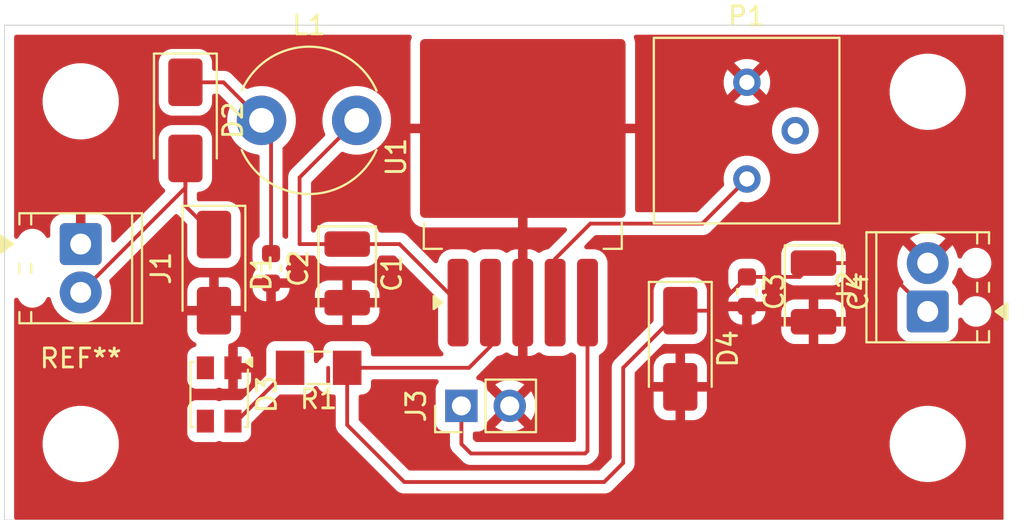
<source format=kicad_pcb>
(kicad_pcb (version 20241229) (generator "pcbnew") (generator_version "9.0")
  (layers (0 "F.Cu" signal) (2 "B.Cu" signal) (13 "F.Paste" user) (15 "B.Paste" user) (5 "F.SilkS" user "F.Silkscreen") (7 "B.SilkS" user "B.Silkscreen") (1 "F.Mask" user) (3 "B.Mask" user) (25 "Edge.Cuts" user))
  (net 0 "")
  (net 1 "Net-(C1-+)")
  (net 2 "V-GND")
  (net 3 "Net-(C2-+)")
  (net 4 "Net-(C3-+)")
  (net 5 "+VDC")
  (net 6 "Net-(D3-A)")
  (net 7 "Net-(U1-~{ON}{slash}OFF)")
  (net 8 "Net-(P1-a)")
  (footprint "MountingHole:MountingHole_3.5mm" (layer "F.Cu") (at 165 51)
    (property "Reference" "REF**" (hide yes))
    (property "Value" "MountingHole_3.5mm" (hide yes))
    (pad "" np_thru_hole circle (at 0 0) (size 3.5 3.5) (drill 3.5) (layers "*.Cu" "*.Mask"))
  )
  (footprint "Package_TO_SOT_SMD:TO-263-5_TabPin3" (layer "F.Cu") (at 143.725 54.425 90)
    (property "Reference" "U1" (at 0 -6.65 90) (layer "F.SilkS"))
    (property "Value" "LM2596S-ADJ")
    (fp_line (start -3.46 -5.2) (end -4.825 -5.2) (stroke (width 0.12)) (layer "F.SilkS"))
    (fp_line (start -4.825 -5.2) (end -4.825 -4.25) (stroke (width 0.12)) (layer "F.SilkS"))
    (fp_line (start -3.46 5.2) (end -4.825 5.2) (stroke (width 0.12)) (layer "F.SilkS"))
    (fp_line (start -4.825 5.2) (end -4.825 4.25) (stroke (width 0.12)) (layer "F.SilkS"))
    (fp_poly (pts (xy -7.65 -4.21) (xy -7.99 -4.68) (xy -7.31 -4.68)) (stroke (width 0.12)) (fill yes) (layer "F.SilkS"))
    (pad "1" smd roundrect (at -7.65 -3.4 90) (size 4.6 1.1) (layers "F.Cu" "F.Mask" "F.Paste") (roundrect_rratio 0.227273) (net 1 "Net-(C1-+)"))
    (pad "2" smd roundrect (at -7.65 -1.7 90) (size 4.6 1.1) (layers "F.Cu" "F.Mask" "F.Paste") (roundrect_rratio 0.227273) (net 4 "Net-(C3-+)"))
    (pad "3" smd roundrect (at -7.65 0 90) (size 4.6 1.1) (layers "F.Cu" "F.Mask" "F.Paste") (roundrect_rratio 0.227273) (net 2 "V-GND"))
    (pad "3" smd roundrect (at 1.5 0 90) (size 9.4 10.8) (layers "F.Cu" "F.Mask") (roundrect_rratio 0.026596) (net 2 "V-GND"))
    (pad "4" smd roundrect (at -7.65 1.7 90) (size 4.6 1.1) (layers "F.Cu" "F.Mask" "F.Paste") (roundrect_rratio 0.227273) (net 8 "Net-(P1-a)"))
    (pad "5" smd roundrect (at -7.65 3.4 90) (size 4.6 1.1) (layers "F.Cu" "F.Mask" "F.Paste") (roundrect_rratio 0.227273) (net 7 "Net-(U1-~{ON}{slash}OFF)"))
  )
  (footprint "TerminalBlock_Phoenix:TerminalBlock_Phoenix_MPT-0,5-2-2.54_1x02_P2.54mm_Horizontal" (layer "F.Cu") (at 165 62.54 90)
    (property "Reference" "J2" (at 1.27 -4.22 90) (layer "F.SilkS"))
    (property "Value" "Conn_01x02_Socket")
    (fp_line (start 4.16 -3.22) (end 4.16 3.22) (stroke (width 0.12)) (layer "F.SilkS"))
    (fp_line (start -1.62 -3.22) (end 4.16 -3.22) (stroke (width 0.12)) (layer "F.SilkS"))
    (fp_line (start -1.62 -3.22) (end -1.62 3.22) (stroke (width 0.12)) (layer "F.SilkS"))
    (fp_line (start -1.62 -2.7) (end 4.16 -2.7) (stroke (width 0.12)) (layer "F.SilkS"))
    (fp_line (start 3.57 2.6) (end 4.16 2.6) (stroke (width 0.12)) (layer "F.SilkS"))
    (fp_line (start 1.03 2.6) (end 1.51 2.6) (stroke (width 0.12)) (layer "F.SilkS"))
    (fp_line (start -1.62 2.6) (end -1.03 2.6) (stroke (width 0.12)) (layer "F.SilkS"))
    (fp_line (start 3.57 3.22) (end 4.16 3.22) (stroke (width 0.12)) (layer "F.SilkS"))
    (fp_line (start 1.03 3.22) (end 1.51 3.22) (stroke (width 0.12)) (layer "F.SilkS"))
    (fp_line (start -1.62 3.22) (end -1.03 3.22) (stroke (width 0.12)) (layer "F.SilkS"))
    (fp_poly (pts (xy 0 3.57) (xy 0.44 4.18) (xy -0.44 4.18)) (stroke (width 0.12)) (fill yes) (layer "F.SilkS"))
    (pad "" np_thru_hole circle (at 0 2.54 90) (size 1.1 1.1) (drill 1.1) (layers "*.Cu" "*.Mask"))
    (pad "" np_thru_hole circle (at 2.54 2.54 90) (size 1.1 1.1) (drill 1.1) (layers "*.Cu" "*.Mask"))
    (pad "1" thru_hole roundrect (at 0 0 90) (size 2.2 2.2) (drill 1.1) (layers "*.Cu" "*.Mask") (roundrect_rratio 0.113636) (net 4 "Net-(C3-+)"))
    (pad "2" thru_hole circle (at 2.54 0 90) (size 2.2 2.2) (drill 1.1) (layers "*.Cu" "*.Mask") (net 2 "V-GND"))
  )
  (footprint "Inductor_THT:L_Radial_D7.5mm_P5.00mm_Fastron_07P" (layer "F.Cu") (at 130 52.5)
    (property "Reference" "L1" (at 2.5 -5 0) (layer "F.SilkS"))
    (property "Value" "100µH")
    (fp_arc (start -1.041652 -1.56) (mid 2.5 -3.87) (end 6.041652 -1.56) (stroke (width 0.12)) (layer "F.SilkS"))
    (fp_arc (start 6.041652 1.56) (mid 2.5 3.87) (end -1.041652 1.56) (stroke (width 0.12)) (layer "F.SilkS"))
    (pad "1" thru_hole circle (at 0 0) (size 2.6 2.6) (drill 1.3) (layers "*.Cu" "*.Mask") (net 3 "Net-(C2-+)"))
    (pad "2" thru_hole circle (at 5 0) (size 2.6 2.6) (drill 1.3) (layers "*.Cu" "*.Mask") (net 1 "Net-(C1-+)"))
  )
  (footprint "Capacitor_Tantalum_SMD:CP_EIA-3528-12_Kemet-T" (layer "F.Cu") (at 159 61.54 -90)
    (property "Reference" "C4" (at 0 -2.35 90) (layer "F.SilkS"))
    (property "Value" "470µ")
    (fp_line (start -2.47 1.51) (end 1.75 1.51) (stroke (width 0.12)) (layer "F.SilkS"))
    (fp_line (start -2.47 -1.51) (end -2.47 1.51) (stroke (width 0.12)) (layer "F.SilkS"))
    (fp_line (start 1.75 -1.51) (end -2.47 -1.51) (stroke (width 0.12)) (layer "F.SilkS"))
    (pad "1" smd roundrect (at -1.54 0 270) (size 1.34 2.39) (layers "F.Cu" "F.Mask" "F.Paste") (roundrect_rratio 0.186567) (net 4 "Net-(C3-+)"))
    (pad "2" smd roundrect (at 1.54 0 270) (size 1.34 2.39) (layers "F.Cu" "F.Mask" "F.Paste") (roundrect_rratio 0.186567) (net 2 "V-GND"))
  )
  (footprint "Potentiometer_THT:Potentiometer_Bourns_3386P_Vertical" (layer "F.Cu") (at 155.5 55.58)
    (property "Reference" "P1" (at -0.015 -8.555 0) (layer "F.SilkS"))
    (property "Value" "P-trim")
    (fp_line (start -4.89 -7.415) (end -4.89 2.335) (stroke (width 0.12)) (layer "F.SilkS"))
    (fp_line (start -4.89 -7.415) (end 4.86 -7.415) (stroke (width 0.12)) (layer "F.SilkS"))
    (fp_line (start -4.89 2.335) (end 4.86 2.335) (stroke (width 0.12)) (layer "F.SilkS"))
    (fp_line (start 4.86 -7.415) (end 4.86 2.335) (stroke (width 0.12)) (layer "F.SilkS"))
    (pad "1" thru_hole circle (at 0 0) (size 1.44 1.44) (drill 0.8) (layers "*.Cu" "*.Mask") (net 8 "Net-(P1-a)"))
    (pad "2" thru_hole circle (at 2.54 -2.54) (size 1.44 1.44) (drill 0.8) (layers "*.Cu" "*.Mask") (net 8 "Net-(P1-a)"))
    (pad "3" thru_hole circle (at 0 -5.08) (size 1.44 1.44) (drill 0.8) (layers "*.Cu" "*.Mask") (net 2 "V-GND"))
  )
  (footprint "MountingHole:MountingHole_3.5mm" (layer "F.Cu") (at 120.5 69.5)
    (property "Reference" "REF**" (at 0 -4.5 0) (layer "F.SilkS"))
    (property "Value" "MountingHole_3.5mm" (hide yes))
    (pad "" np_thru_hole circle (at 0 0) (size 3.5 3.5) (drill 3.5) (layers "*.Cu" "*.Mask"))
  )
  (footprint "Capacitor_SMD:C_0603_1608Metric" (layer "F.Cu") (at 155.5 61.5 -90)
    (property "Reference" "C3" (at 0 -1.43 90) (layer "F.SilkS"))
    (property "Value" "100n")
    (fp_line (start -0.14058 0.51) (end 0.14058 0.51) (stroke (width 0.12)) (layer "F.SilkS"))
    (fp_line (start -0.14058 -0.51) (end 0.14058 -0.51) (stroke (width 0.12)) (layer "F.SilkS"))
    (pad "1" smd roundrect (at -0.775 0 270) (size 0.9 0.95) (layers "F.Cu" "F.Mask" "F.Paste") (net 4 "Net-(C3-+)"))
    (pad "2" smd roundrect (at 0.775 0 270) (size 0.9 0.95) (layers "F.Cu" "F.Mask" "F.Paste") (net 2 "V-GND"))
  )
  (footprint "Connector_PinHeader_2.54mm:PinHeader_1x02_P2.54mm_Vertical" (layer "F.Cu") (at 140.5 67.5 90)
    (property "Reference" "J3" (at 0 -2.38 90) (layer "F.SilkS"))
    (property "Value" "J-jumper")
    (fp_line (start -1.38 -1.38) (end 0 -1.38) (stroke (width 0.12)) (layer "F.SilkS"))
    (fp_line (start -1.38 0) (end -1.38 -1.38) (stroke (width 0.12)) (layer "F.SilkS"))
    (fp_line (start 1.38 1.27) (end 1.38 3.92) (stroke (width 0.12)) (layer "F.SilkS"))
    (fp_line (start -1.38 1.27) (end 1.38 1.27) (stroke (width 0.12)) (layer "F.SilkS"))
    (fp_line (start -1.38 1.27) (end -1.38 3.92) (stroke (width 0.12)) (layer "F.SilkS"))
    (fp_line (start -1.38 3.92) (end 1.38 3.92) (stroke (width 0.12)) (layer "F.SilkS"))
    (pad "1" thru_hole rect (at 0 0 90) (size 1.7 1.7) (drill 1) (layers "*.Cu" "*.Mask") (net 7 "Net-(U1-~{ON}{slash}OFF)"))
    (pad "2" thru_hole circle (at 0 2.54 90) (size 1.7 1.7) (drill 1) (layers "*.Cu" "*.Mask") (net 2 "V-GND"))
  )
  (footprint "Diode_SMD:D_SMA" (layer "F.Cu") (at 127.5 60.5 -90)
    (property "Reference" "D1" (at 0 -2.5 90) (layer "F.SilkS"))
    (property "Value" "SMAJ20A")
    (fp_line (start -3.51 1.65) (end 2 1.65) (stroke (width 0.12)) (layer "F.SilkS"))
    (fp_line (start -3.51 -1.65) (end -3.51 1.65) (stroke (width 0.12)) (layer "F.SilkS"))
    (fp_line (start -3.51 -1.65) (end 2 -1.65) (stroke (width 0.12)) (layer "F.SilkS"))
    (pad "1" smd roundrect (at -2 0 270) (size 2.5 1.8) (layers "F.Cu" "F.Mask" "F.Paste") (roundrect_rratio 0.1388888889) (net 5 "+VDC"))
    (pad "2" smd roundrect (at 2 0 270) (size 2.5 1.8) (layers "F.Cu" "F.Mask" "F.Paste") (roundrect_rratio 0.1388888889) (net 2 "V-GND"))
  )
  (footprint "Diode_SMD:D_SMA" (layer "F.Cu") (at 152 64.5 -90)
    (property "Reference" "D4" (at 0 -2.5 90) (layer "F.SilkS"))
    (property "Value" "SS34")
    (fp_line (start -3.51 1.65) (end 2 1.65) (stroke (width 0.12)) (layer "F.SilkS"))
    (fp_line (start -3.51 -1.65) (end -3.51 1.65) (stroke (width 0.12)) (layer "F.SilkS"))
    (fp_line (start -3.51 -1.65) (end 2 -1.65) (stroke (width 0.12)) (layer "F.SilkS"))
    (pad "1" smd roundrect (at -2 0 270) (size 2.5 1.8) (layers "F.Cu" "F.Mask" "F.Paste") (roundrect_rratio 0.1388888889) (net 4 "Net-(C3-+)"))
    (pad "2" smd roundrect (at 2 0 270) (size 2.5 1.8) (layers "F.Cu" "F.Mask" "F.Paste") (roundrect_rratio 0.1388888889) (net 2 "V-GND"))
  )
  (footprint "LED_SMD:LED_Kingbright_AAA3528ESGCT" (layer "F.Cu") (at 127.775 66.9 -90)
    (property "Reference" "D3" (at 0 -2.5 90) (layer "F.SilkS"))
    (property "Value" "LED")
    (fp_line (start -1.71 1.51) (end 1.71 1.51) (stroke (width 0.12)) (layer "F.SilkS"))
    (fp_line (start -1.71 1.355) (end -1.71 1.51) (stroke (width 0.12)) (layer "F.SilkS"))
    (fp_line (start 1.71 1.355) (end 1.71 1.51) (stroke (width 0.12)) (layer "F.SilkS"))
    (fp_line (start 1.71 -1.355) (end 1.71 -1.51) (stroke (width 0.12)) (layer "F.SilkS"))
    (fp_line (start -1.3 -1.51) (end 1.71 -1.51) (stroke (width 0.12)) (layer "F.SilkS"))
    (fp_poly (pts (xy -1.7 -1.4) (xy -1.94 -1.73) (xy -1.46 -1.73) (xy -1.7 -1.4)) (stroke (width 0.12)) (fill yes) (layer "F.SilkS"))
    (pad "1" smd rect (at -1.4 -0.725 270) (size 1.2 0.9) (layers "F.Cu" "F.Mask" "F.Paste") (net 2 "V-GND"))
    (pad "2" smd rect (at 1.4 -0.725 270) (size 1.2 0.9) (layers "F.Cu" "F.Mask" "F.Paste") (net 6 "Net-(D3-A)"))
    (pad "3" smd rect (at 1.4 0.725 270) (size 1.2 0.9) (layers "F.Cu" "F.Mask" "F.Paste"))
    (pad "4" smd rect (at -1.4 0.725 270) (size 1.2 0.9) (layers "F.Cu" "F.Mask" "F.Paste"))
  )
  (footprint "Diode_SMD:D_SMA" (layer "F.Cu") (at 126 52.5 -90)
    (property "Reference" "D2" (at 0 -2.5 90) (layer "F.SilkS"))
    (property "Value" "SS34")
    (fp_line (start -3.51 1.65) (end 2 1.65) (stroke (width 0.12)) (layer "F.SilkS"))
    (fp_line (start -3.51 -1.65) (end -3.51 1.65) (stroke (width 0.12)) (layer "F.SilkS"))
    (fp_line (start -3.51 -1.65) (end 2 -1.65) (stroke (width 0.12)) (layer "F.SilkS"))
    (pad "1" smd roundrect (at -2 0 270) (size 2.5 1.8) (layers "F.Cu" "F.Mask" "F.Paste") (roundrect_rratio 0.1388888889) (net 3 "Net-(C2-+)"))
    (pad "2" smd roundrect (at 2 0 270) (size 2.5 1.8) (layers "F.Cu" "F.Mask" "F.Paste") (roundrect_rratio 0.1388888889) (net 5 "+VDC"))
  )
  (footprint "Capacitor_Tantalum_SMD:CP_EIA-3528-12_Kemet-T" (layer "F.Cu") (at 134.5 60.54 -90)
    (property "Reference" "C1" (at 0 -2.35 90) (layer "F.SilkS"))
    (property "Value" "100µ")
    (fp_line (start -2.47 1.51) (end 1.75 1.51) (stroke (width 0.12)) (layer "F.SilkS"))
    (fp_line (start -2.47 -1.51) (end -2.47 1.51) (stroke (width 0.12)) (layer "F.SilkS"))
    (fp_line (start 1.75 -1.51) (end -2.47 -1.51) (stroke (width 0.12)) (layer "F.SilkS"))
    (pad "1" smd roundrect (at -1.54 0 270) (size 1.34 2.39) (layers "F.Cu" "F.Mask" "F.Paste") (roundrect_rratio 0.186567) (net 1 "Net-(C1-+)"))
    (pad "2" smd roundrect (at 1.54 0 270) (size 1.34 2.39) (layers "F.Cu" "F.Mask" "F.Paste") (roundrect_rratio 0.186567) (net 2 "V-GND"))
  )
  (footprint "Resistor_SMD:R_MiniMELF_MMA-0204" (layer "F.Cu") (at 133 65.5 180)
    (property "Reference" "R1" (at 0 -1.65 0) (layer "F.SilkS"))
    (property "Value" "330")
    (fp_line (start 0.6 0.85) (end -0.6 0.85) (stroke (width 0.12)) (layer "F.SilkS"))
    (fp_line (start -0.6 -0.85) (end 0.6 -0.85) (stroke (width 0.12)) (layer "F.SilkS"))
    (pad "1" smd rect (at -1.5 0 180) (size 1.5 1.8) (layers "F.Cu" "F.Mask" "F.Paste") (net 4 "Net-(C3-+)"))
    (pad "2" smd rect (at 1.5 0 180) (size 1.5 1.8) (layers "F.Cu" "F.Mask" "F.Paste") (net 6 "Net-(D3-A)"))
  )
  (footprint "MountingHole:MountingHole_3.5mm" (layer "F.Cu") (at 120.5 51.5)
    (property "Reference" "REF**" (hide yes))
    (property "Value" "MountingHole_3.5mm" (hide yes))
    (pad "" np_thru_hole circle (at 0 0) (size 3.5 3.5) (drill 3.5) (layers "*.Cu" "*.Mask"))
  )
  (footprint "Capacitor_SMD:C_0603_1608Metric" (layer "F.Cu") (at 130.5 60.275 -90)
    (property "Reference" "C2" (at 0 -1.43 90) (layer "F.SilkS"))
    (property "Value" "100n")
    (fp_line (start -0.14058 0.51) (end 0.14058 0.51) (stroke (width 0.12)) (layer "F.SilkS"))
    (fp_line (start -0.14058 -0.51) (end 0.14058 -0.51) (stroke (width 0.12)) (layer "F.SilkS"))
    (pad "1" smd roundrect (at -0.775 0 270) (size 0.9 0.95) (layers "F.Cu" "F.Mask" "F.Paste") (net 3 "Net-(C2-+)"))
    (pad "2" smd roundrect (at 0.775 0 270) (size 0.9 0.95) (layers "F.Cu" "F.Mask" "F.Paste") (net 2 "V-GND"))
  )
  (footprint "TerminalBlock_Phoenix:TerminalBlock_Phoenix_MPT-0,5-2-2.54_1x02_P2.54mm_Horizontal" (layer "F.Cu") (at 120.5 59 -90)
    (property "Reference" "J1" (at 1.27 -4.22 90) (layer "F.SilkS"))
    (property "Value" "Conn_01x02_Socket" (hide yes))
    (fp_line (start -1.62 3.22) (end -1.03 3.22) (stroke (width 0.12)) (layer "F.SilkS"))
    (fp_line (start 1.03 3.22) (end 1.51 3.22) (stroke (width 0.12)) (layer "F.SilkS"))
    (fp_line (start 3.57 3.22) (end 4.16 3.22) (stroke (width 0.12)) (layer "F.SilkS"))
    (fp_line (start -1.62 2.6) (end -1.03 2.6) (stroke (width 0.12)) (layer "F.SilkS"))
    (fp_line (start 1.03 2.6) (end 1.51 2.6) (stroke (width 0.12)) (layer "F.SilkS"))
    (fp_line (start 3.57 2.6) (end 4.16 2.6) (stroke (width 0.12)) (layer "F.SilkS"))
    (fp_line (start -1.62 -2.7) (end 4.16 -2.7) (stroke (width 0.12)) (layer "F.SilkS"))
    (fp_line (start -1.62 -3.22) (end -1.62 3.22) (stroke (width 0.12)) (layer "F.SilkS"))
    (fp_line (start -1.62 -3.22) (end 4.16 -3.22) (stroke (width 0.12)) (layer "F.SilkS"))
    (fp_line (start 4.16 -3.22) (end 4.16 3.22) (stroke (width 0.12)) (layer "F.SilkS"))
    (fp_poly (pts (xy 0 3.57) (xy 0.44 4.18) (xy -0.44 4.18)) (stroke (width 0.12)) (fill yes) (layer "F.SilkS"))
    (pad "" np_thru_hole circle (at 0 2.54 270) (size 1.1 1.1) (drill 1.1) (layers "*.Cu" "*.Mask"))
    (pad "" np_thru_hole circle (at 2.54 2.54 270) (size 1.1 1.1) (drill 1.1) (layers "*.Cu" "*.Mask"))
    (pad "1" thru_hole roundrect (at 0 0 270) (size 2.2 2.2) (drill 1.1) (layers "*.Cu" "*.Mask") (roundrect_rratio 0.113636) (net 2 "V-GND"))
    (pad "2" thru_hole circle (at 2.54 0 270) (size 2.2 2.2) (drill 1.1) (layers "*.Cu" "*.Mask") (net 5 "+VDC"))
  )
  (footprint "MountingHole:MountingHole_3.5mm" (layer "F.Cu") (at 165 69.5)
    (property "Reference" "REF**" (hide yes))
    (property "Value" "MountingHole_3.5mm" (hide yes))
    (pad "" np_thru_hole circle (at 0 0) (size 3.5 3.5) (drill 3.5) (layers "*.Cu" "*.Mask"))
  )
  (gr_rect (start 116.5 47.5) (end 169 73.5) (stroke (width 0.05)) (fill no) (layer "Edge.Cuts"))
  (segment (start 135 52.5) (end 132 55.5) (width 0.2) (layer "F.Cu") (net 1))
  (segment (start 134.5 59) (end 132 59) (width 0.2) (layer "F.Cu") (net 1))
  (segment (start 132 55.5) (end 132 59) (width 0.2) (layer "F.Cu") (net 1))
  (segment (start 134.5 59) (end 137.25 59) (width 0.2) (layer "F.Cu") (net 1))
  (segment (start 137.25 59) (end 140.325 62.075) (width 0.2) (layer "F.Cu") (net 1))
  (segment (start 130.5 53) (end 130 52.5) (width 0.2) (layer "F.Cu") (net 3))
  (segment (start 128 50.5) (end 126 50.5) (width 0.2) (layer "F.Cu") (net 3))
  (segment (start 130.5 59.5) (end 130.5 53) (width 0.2) (layer "F.Cu") (net 3))
  (segment (start 130 52.5) (end 128 50.5) (width 0.2) (layer "F.Cu") (net 3))
  (segment (start 158.275 60.725) (end 159 60) (width 0.2) (layer "F.Cu") (net 4))
  (segment (start 159 60) (end 162.46 60) (width 0.2) (layer "F.Cu") (net 4))
  (segment (start 152 62.5) (end 153.725 62.5) (width 0.2) (layer "F.Cu") (net 4))
  (segment (start 153.725 62.5) (end 155.5 60.725) (width 0.2) (layer "F.Cu") (net 4))
  (segment (start 142.025 62.075) (end 142.025 64.375) (width 0.2) (layer "F.Cu") (net 4))
  (segment (start 137.5 71.5) (end 134.5 68.5) (width 0.2) (layer "F.Cu") (net 4))
  (segment (start 155.5 60.725) (end 158.275 60.725) (width 0.2) (layer "F.Cu") (net 4))
  (segment (start 134.5 68.5) (end 134.5 65.5) (width 0.2) (layer "F.Cu") (net 4))
  (segment (start 162.46 60) (end 165 62.54) (width 0.2) (layer "F.Cu") (net 4))
  (segment (start 152 62.5) (end 149 65.5) (width 0.2) (layer "F.Cu") (net 4))
  (segment (start 149 70.5) (end 148 71.5) (width 0.2) (layer "F.Cu") (net 4))
  (segment (start 140.9 65.5) (end 134.5 65.5) (width 0.2) (layer "F.Cu") (net 4))
  (segment (start 142.025 64.375) (end 140.9 65.5) (width 0.2) (layer "F.Cu") (net 4))
  (segment (start 148 71.5) (end 137.5 71.5) (width 0.2) (layer "F.Cu") (net 4))
  (segment (start 149 65.5) (end 149 70.5) (width 0.2) (layer "F.Cu") (net 4))
  (segment (start 126 57) (end 127.5 58.5) (width 0.2) (layer "F.Cu") (net 5))
  (segment (start 126 56.04) (end 126 54.5) (width 0.2) (layer "F.Cu") (net 5))
  (segment (start 120.5 61.54) (end 126 56.04) (width 0.2) (layer "F.Cu") (net 5))
  (segment (start 126 54.5) (end 126 57) (width 0.2) (layer "F.Cu") (net 5))
  (segment (start 128.7 68.3) (end 128.5 68.3) (width 0.2) (layer "F.Cu") (net 6))
  (segment (start 133.5 65.5) (end 133.5 66.25) (width 0.2) (layer "F.Cu") (net 6))
  (segment (start 131.5 65.5) (end 128.7 68.3) (width 0.2) (layer "F.Cu") (net 6))
  (segment (start 147 70) (end 147.125 69.875) (width 0.2) (layer "F.Cu") (net 7))
  (segment (start 140.5 69.5) (end 141 70) (width 0.2) (layer "F.Cu") (net 7))
  (segment (start 140.5 67.5) (end 140.5 69.5) (width 0.2) (layer "F.Cu") (net 7))
  (segment (start 141 70) (end 147 70) (width 0.2) (layer "F.Cu") (net 7))
  (segment (start 147.125 69.875) (end 147.125 62.075) (width 0.2) (layer "F.Cu") (net 7))
  (segment (start 145.425 62.075) (end 145.425 59.775) (width 0.2) (layer "F.Cu") (net 8))
  (segment (start 153.154 57.926) (end 155.5 55.58) (width 0.2) (layer "F.Cu") (net 8))
  (segment (start 147.274 57.926) (end 153.154 57.926) (width 0.2) (layer "F.Cu") (net 8))
  (segment (start 145.425 59.775) (end 147.274 57.926) (width 0.2) (layer "F.Cu") (net 8))
  (zone (net 2) (net_name "V-GND") (layer "F.Cu") (connect_pads (clearance 0.5)) (min_thickness 0.25) (fill yes (thermal_gap 0.5) (thermal_bridge_width 0.5))
    (polygon (pts (xy 116.5 47.5) (xy 169 47.5) (xy 169 73.5) (xy 116.5 73.5)))
  )
)
</source>
